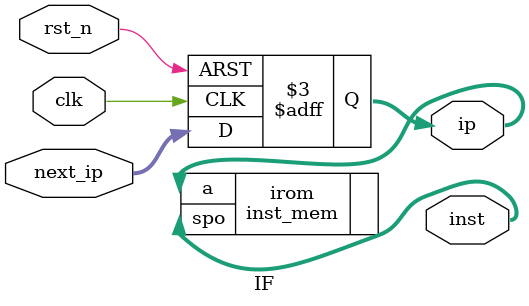
<source format=v>
`timescale 1ns / 1ps

/* fetch instruction */
module IF(
		input wire clk,
		input wire rst_n,						// br = 1'b1 means the next pc should be loaded with br_pc
		input wire[15:0] next_ip,			// br_pc refers to the next pc of operation "BR" / "JMP" / "CALL"
		output reg[15:0] ip,
		output wire[15: 0] inst
    );

always @ (posedge clk or negedge rst_n) begin
		// reset pc to -1 but not 0
		// it confirms that the first instruction won't be ignored
		if (~rst_n) begin
			ip <= 0;
		end
		else begin
			ip <= next_ip;
		end
end

inst_mem irom(.a(ip), .spo(inst));

endmodule

</source>
